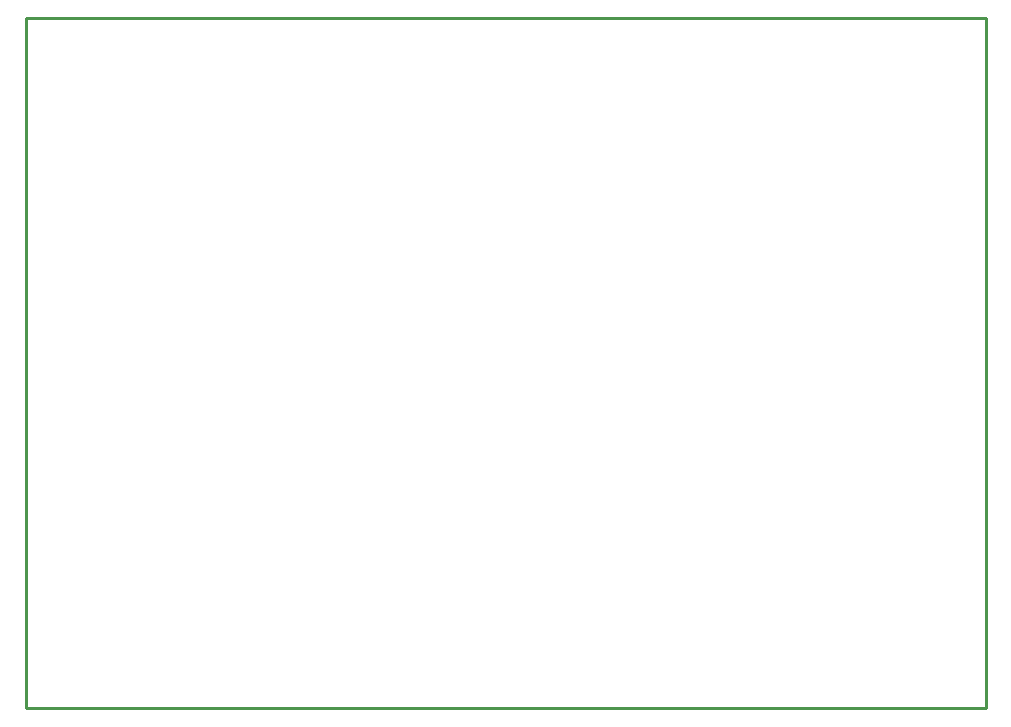
<source format=gko>
G04 ---------------------------- Layer name :KeepOutLayer*
G04 EasyEDA v5.8.20, Sat, 24 Nov 2018 05:51:01 GMT*
G04 e67e47d913b1430cad7dbea7a16fc948*
G04 Gerber Generator version 0.2*
G04 Scale: 100 percent, Rotated: No, Reflected: No *
G04 Dimensions in inches *
G04 leading zeros omitted , absolute positions ,2 integer and 4 decimal *
%FSLAX24Y24*%
%MOIN*%
G90*
G70D02*

%ADD10C,0.010000*%
G54D10*
G01X6300Y23000D02*
G01X6300Y23000D01*
G01X32000Y23000D01*
G01X32000Y0D01*
G01X0Y0D01*
G01X0Y23000D01*
G01X6300Y23000D01*
G01X6300Y23000D01*

%LPD*%
M00*
M02*

</source>
